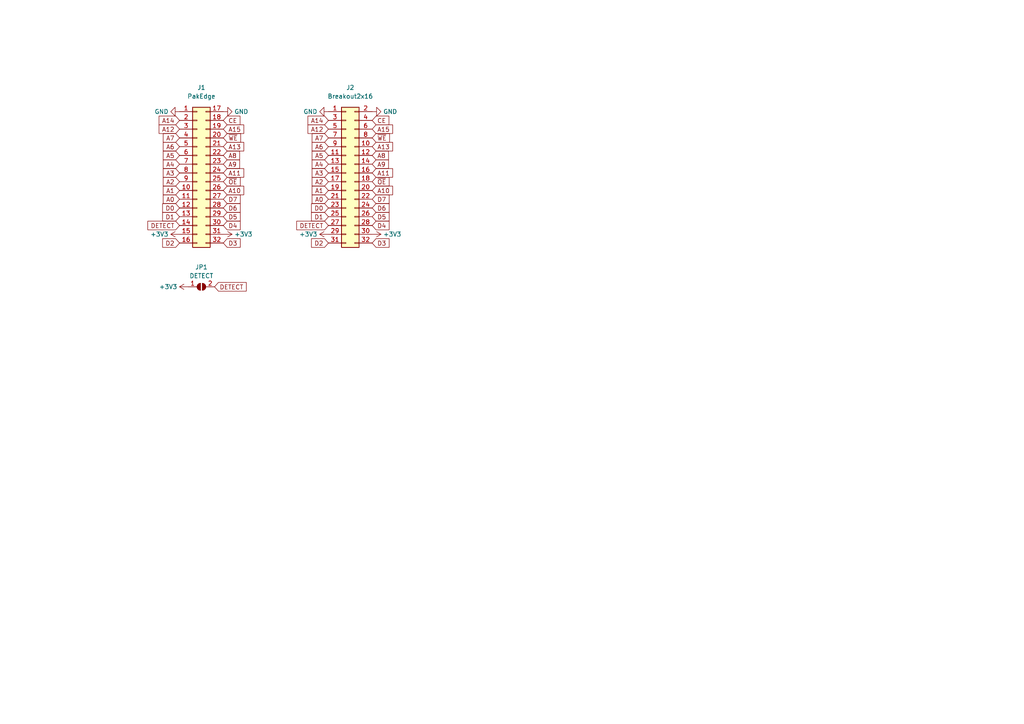
<source format=kicad_sch>
(kicad_sch (version 20211123) (generator eeschema)
  (paper "A4")
  (lib_symbols
    (symbol "Connector_Generic:Conn_02x16_Odd_Even" (pin_names (offset 1.016) hide)
      (property "Reference" "J" (at 1.27 20.32 0))
      (property "Value" "Conn_02x16_Odd_Even" (at 1.27 -22.86 0))
      (symbol "Conn_02x16_Odd_Even_1_1"
        (rectangle (start -1.27 -20.193) (end 0 -20.447) (stroke (width 0.1524)))
        (rectangle (start -1.27 -17.653) (end 0 -17.907) (stroke (width 0.1524)))
        (rectangle (start -1.27 -15.113) (end 0 -15.367) (stroke (width 0.1524)))
        (rectangle (start -1.27 -12.573) (end 0 -12.827) (stroke (width 0.1524)))
        (rectangle (start -1.27 -10.033) (end 0 -10.287) (stroke (width 0.1524)))
        (rectangle (start -1.27 -7.493) (end 0 -7.747) (stroke (width 0.1524)))
        (rectangle (start -1.27 -4.953) (end 0 -5.207) (stroke (width 0.1524)))
        (rectangle (start -1.27 -2.413) (end 0 -2.667) (stroke (width 0.1524)))
        (rectangle (start -1.27 0.127) (end 0 -0.127) (stroke (width 0.1524)))
        (rectangle (start -1.27 2.667) (end 0 2.413) (stroke (width 0.1524)))
        (rectangle (start -1.27 5.207) (end 0 4.953) (stroke (width 0.1524)))
        (rectangle (start -1.27 7.747) (end 0 7.493) (stroke (width 0.1524)))
        (rectangle (start -1.27 10.287) (end 0 10.033) (stroke (width 0.1524)))
        (rectangle (start -1.27 12.827) (end 0 12.573) (stroke (width 0.1524)))
        (rectangle (start -1.27 15.367) (end 0 15.113) (stroke (width 0.1524)))
        (rectangle (start -1.27 17.907) (end 0 17.653) (stroke (width 0.1524)))
        (rectangle (start -1.27 19.05) (end 3.81 -21.59) (stroke (width 0.254)) (fill (type background)))
        (rectangle (start 3.81 -20.193) (end 2.54 -20.447) (stroke (width 0.1524)))
        (rectangle (start 3.81 -17.653) (end 2.54 -17.907) (stroke (width 0.1524)))
        (rectangle (start 3.81 -15.113) (end 2.54 -15.367) (stroke (width 0.1524)))
        (rectangle (start 3.81 -12.573) (end 2.54 -12.827) (stroke (width 0.1524)))
        (rectangle (start 3.81 -10.033) (end 2.54 -10.287) (stroke (width 0.1524)))
        (rectangle (start 3.81 -7.493) (end 2.54 -7.747) (stroke (width 0.1524)))
        (rectangle (start 3.81 -4.953) (end 2.54 -5.207) (stroke (width 0.1524)))
        (rectangle (start 3.81 -2.413) (end 2.54 -2.667) (stroke (width 0.1524)))
        (rectangle (start 3.81 0.127) (end 2.54 -0.127) (stroke (width 0.1524)))
        (rectangle (start 3.81 2.667) (end 2.54 2.413) (stroke (width 0.1524)))
        (rectangle (start 3.81 5.207) (end 2.54 4.953) (stroke (width 0.1524)))
        (rectangle (start 3.81 7.747) (end 2.54 7.493) (stroke (width 0.1524)))
        (rectangle (start 3.81 10.287) (end 2.54 10.033) (stroke (width 0.1524)))
        (rectangle (start 3.81 12.827) (end 2.54 12.573) (stroke (width 0.1524)))
        (rectangle (start 3.81 15.367) (end 2.54 15.113) (stroke (width 0.1524)))
        (rectangle (start 3.81 17.907) (end 2.54 17.653) (stroke (width 0.1524)))
        (pin passive line (at -5.08 17.78 0) (length 3.81) (name "Pin_1") (number "1"))
        (pin passive line (at 7.62 7.62 180) (length 3.81) (name "Pin_10") (number "10"))
        (pin passive line (at -5.08 5.08 0) (length 3.81) (name "Pin_11") (number "11"))
        (pin passive line (at 7.62 5.08 180) (length 3.81) (name "Pin_12") (number "12"))
        (pin passive line (at -5.08 2.54 0) (length 3.81) (name "Pin_13") (number "13"))
        (pin passive line (at 7.62 2.54 180) (length 3.81) (name "Pin_14") (number "14"))
        (pin passive line (at -5.08 0 0) (length 3.81) (name "Pin_15") (number "15"))
        (pin passive line (at 7.62 0 180) (length 3.81) (name "Pin_16") (number "16"))
        (pin passive line (at -5.08 -2.54 0) (length 3.81) (name "Pin_17") (number "17"))
        (pin passive line (at 7.62 -2.54 180) (length 3.81) (name "Pin_18") (number "18"))
        (pin passive line (at -5.08 -5.08 0) (length 3.81) (name "Pin_19") (number "19"))
        (pin passive line (at 7.62 17.78 180) (length 3.81) (name "Pin_2") (number "2"))
        (pin passive line (at 7.62 -5.08 180) (length 3.81) (name "Pin_20") (number "20"))
        (pin passive line (at -5.08 -7.62 0) (length 3.81) (name "Pin_21") (number "21"))
        (pin passive line (at 7.62 -7.62 180) (length 3.81) (name "Pin_22") (number "22"))
        (pin passive line (at -5.08 -10.16 0) (length 3.81) (name "Pin_23") (number "23"))
        (pin passive line (at 7.62 -10.16 180) (length 3.81) (name "Pin_24") (number "24"))
        (pin passive line (at -5.08 -12.7 0) (length 3.81) (name "Pin_25") (number "25"))
        (pin passive line (at 7.62 -12.7 180) (length 3.81) (name "Pin_26") (number "26"))
        (pin passive line (at -5.08 -15.24 0) (length 3.81) (name "Pin_27") (number "27"))
        (pin passive line (at 7.62 -15.24 180) (length 3.81) (name "Pin_28") (number "28"))
        (pin passive line (at -5.08 -17.78 0) (length 3.81) (name "Pin_29") (number "29"))
        (pin passive line (at -5.08 15.24 0) (length 3.81) (name "Pin_3") (number "3"))
        (pin passive line (at 7.62 -17.78 180) (length 3.81) (name "Pin_30") (number "30"))
        (pin passive line (at -5.08 -20.32 0) (length 3.81) (name "Pin_31") (number "31"))
        (pin passive line (at 7.62 -20.32 180) (length 3.81) (name "Pin_32") (number "32"))
        (pin passive line (at 7.62 15.24 180) (length 3.81) (name "Pin_4") (number "4"))
        (pin passive line (at -5.08 12.7 0) (length 3.81) (name "Pin_5") (number "5"))
        (pin passive line (at 7.62 12.7 180) (length 3.81) (name "Pin_6") (number "6"))
        (pin passive line (at -5.08 10.16 0) (length 3.81) (name "Pin_7") (number "7"))
        (pin passive line (at 7.62 10.16 180) (length 3.81) (name "Pin_8") (number "8"))
        (pin passive line (at -5.08 7.62 0) (length 3.81) (name "Pin_9") (number "9"))
      )
    )
    (symbol "Connector_Generic:Conn_02x16_Top_Bottom" (pin_names (offset 1.016) hide)
      (property "Reference" "J" (at 1.27 20.32 0))
      (property "Value" "Conn_02x16_Top_Bottom" (at 1.27 -22.86 0))
      (symbol "Conn_02x16_Top_Bottom_1_1"
        (rectangle (start -1.27 -20.193) (end 0 -20.447) (stroke (width 0.1524)))
        (rectangle (start -1.27 -17.653) (end 0 -17.907) (stroke (width 0.1524)))
        (rectangle (start -1.27 -15.113) (end 0 -15.367) (stroke (width 0.1524)))
        (rectangle (start -1.27 -12.573) (end 0 -12.827) (stroke (width 0.1524)))
        (rectangle (start -1.27 -10.033) (end 0 -10.287) (stroke (width 0.1524)))
        (rectangle (start -1.27 -7.493) (end 0 -7.747) (stroke (width 0.1524)))
        (rectangle (start -1.27 -4.953) (end 0 -5.207) (stroke (width 0.1524)))
        (rectangle (start -1.27 -2.413) (end 0 -2.667) (stroke (width 0.1524)))
        (rectangle (start -1.27 0.127) (end 0 -0.127) (stroke (width 0.1524)))
        (rectangle (start -1.27 2.667) (end 0 2.413) (stroke (width 0.1524)))
        (rectangle (start -1.27 5.207) (end 0 4.953) (stroke (width 0.1524)))
        (rectangle (start -1.27 7.747) (end 0 7.493) (stroke (width 0.1524)))
        (rectangle (start -1.27 10.287) (end 0 10.033) (stroke (width 0.1524)))
        (rectangle (start -1.27 12.827) (end 0 12.573) (stroke (width 0.1524)))
        (rectangle (start -1.27 15.367) (end 0 15.113) (stroke (width 0.1524)))
        (rectangle (start -1.27 17.907) (end 0 17.653) (stroke (width 0.1524)))
        (rectangle (start -1.27 19.05) (end 3.81 -21.59) (stroke (width 0.254)) (fill (type background)))
        (rectangle (start 3.81 -20.193) (end 2.54 -20.447) (stroke (width 0.1524)))
        (rectangle (start 3.81 -17.653) (end 2.54 -17.907) (stroke (width 0.1524)))
        (rectangle (start 3.81 -15.113) (end 2.54 -15.367) (stroke (width 0.1524)))
        (rectangle (start 3.81 -12.573) (end 2.54 -12.827) (stroke (width 0.1524)))
        (rectangle (start 3.81 -10.033) (end 2.54 -10.287) (stroke (width 0.1524)))
        (rectangle (start 3.81 -7.493) (end 2.54 -7.747) (stroke (width 0.1524)))
        (rectangle (start 3.81 -4.953) (end 2.54 -5.207) (stroke (width 0.1524)))
        (rectangle (start 3.81 -2.413) (end 2.54 -2.667) (stroke (width 0.1524)))
        (rectangle (start 3.81 0.127) (end 2.54 -0.127) (stroke (width 0.1524)))
        (rectangle (start 3.81 2.667) (end 2.54 2.413) (stroke (width 0.1524)))
        (rectangle (start 3.81 5.207) (end 2.54 4.953) (stroke (width 0.1524)))
        (rectangle (start 3.81 7.747) (end 2.54 7.493) (stroke (width 0.1524)))
        (rectangle (start 3.81 10.287) (end 2.54 10.033) (stroke (width 0.1524)))
        (rectangle (start 3.81 12.827) (end 2.54 12.573) (stroke (width 0.1524)))
        (rectangle (start 3.81 15.367) (end 2.54 15.113) (stroke (width 0.1524)))
        (rectangle (start 3.81 17.907) (end 2.54 17.653) (stroke (width 0.1524)))
        (pin passive line (at -5.08 17.78 0) (length 3.81) (name "Pin_1") (number "1"))
        (pin passive line (at -5.08 -5.08 0) (length 3.81) (name "Pin_10") (number "10"))
        (pin passive line (at -5.08 -7.62 0) (length 3.81) (name "Pin_11") (number "11"))
        (pin passive line (at -5.08 -10.16 0) (length 3.81) (name "Pin_12") (number "12"))
        (pin passive line (at -5.08 -12.7 0) (length 3.81) (name "Pin_13") (number "13"))
        (pin passive line (at -5.08 -15.24 0) (length 3.81) (name "Pin_14") (number "14"))
        (pin passive line (at -5.08 -17.78 0) (length 3.81) (name "Pin_15") (number "15"))
        (pin passive line (at -5.08 -20.32 0) (length 3.81) (name "Pin_16") (number "16"))
        (pin passive line (at 7.62 17.78 180) (length 3.81) (name "Pin_17") (number "17"))
        (pin passive line (at 7.62 15.24 180) (length 3.81) (name "Pin_18") (number "18"))
        (pin passive line (at 7.62 12.7 180) (length 3.81) (name "Pin_19") (number "19"))
        (pin passive line (at -5.08 15.24 0) (length 3.81) (name "Pin_2") (number "2"))
        (pin passive line (at 7.62 10.16 180) (length 3.81) (name "Pin_20") (number "20"))
        (pin passive line (at 7.62 7.62 180) (length 3.81) (name "Pin_21") (number "21"))
        (pin passive line (at 7.62 5.08 180) (length 3.81) (name "Pin_22") (number "22"))
        (pin passive line (at 7.62 2.54 180) (length 3.81) (name "Pin_23") (number "23"))
        (pin passive line (at 7.62 0 180) (length 3.81) (name "Pin_24") (number "24"))
        (pin passive line (at 7.62 -2.54 180) (length 3.81) (name "Pin_25") (number "25"))
        (pin passive line (at 7.62 -5.08 180) (length 3.81) (name "Pin_26") (number "26"))
        (pin passive line (at 7.62 -7.62 180) (length 3.81) (name "Pin_27") (number "27"))
        (pin passive line (at 7.62 -10.16 180) (length 3.81) (name "Pin_28") (number "28"))
        (pin passive line (at 7.62 -12.7 180) (length 3.81) (name "Pin_29") (number "29"))
        (pin passive line (at -5.08 12.7 0) (length 3.81) (name "Pin_3") (number "3"))
        (pin passive line (at 7.62 -15.24 180) (length 3.81) (name "Pin_30") (number "30"))
        (pin passive line (at 7.62 -17.78 180) (length 3.81) (name "Pin_31") (number "31"))
        (pin passive line (at 7.62 -20.32 180) (length 3.81) (name "Pin_32") (number "32"))
        (pin passive line (at -5.08 10.16 0) (length 3.81) (name "Pin_4") (number "4"))
        (pin passive line (at -5.08 7.62 0) (length 3.81) (name "Pin_5") (number "5"))
        (pin passive line (at -5.08 5.08 0) (length 3.81) (name "Pin_6") (number "6"))
        (pin passive line (at -5.08 2.54 0) (length 3.81) (name "Pin_7") (number "7"))
        (pin passive line (at -5.08 0 0) (length 3.81) (name "Pin_8") (number "8"))
        (pin passive line (at -5.08 -2.54 0) (length 3.81) (name "Pin_9") (number "9"))
      )
    )
    (symbol "Jumper:SolderJumper_2_Open" (pin_names (offset 0) hide)
      (property "Reference" "JP" (at 0 2.032 0))
      (property "Value" "SolderJumper_2_Open" (at 0 -2.54 0))
      (symbol "SolderJumper_2_Open_0_1"
        (arc (start -0.254 1.016) (mid -1.27 0) (end -0.254 -1.016))
        (arc (start -0.254 1.016) (mid -1.27 0) (end -0.254 -1.016) (fill (type outline)))
        (polyline (pts (xy -0.254 1.016) (xy -0.254 -1.016)))
        (polyline (pts (xy 0.254 1.016) (xy 0.254 -1.016)))
        (arc (start 0.254 -1.016) (mid 1.27 0) (end 0.254 1.016))
        (arc (start 0.254 -1.016) (mid 1.27 0) (end 0.254 1.016) (fill (type outline)))
      )
      (symbol "SolderJumper_2_Open_1_1"
        (pin passive line (at -3.81 0 0) (length 2.54) (name "A") (number "1"))
        (pin passive line (at 3.81 0 180) (length 2.54) (name "B") (number "2"))
      )
    )
    (symbol "power:+3.3V" (power) (pin_names (offset 0))
      (property "Value" "+3.3V" (at 0 3.556 0))
      (symbol "+3.3V_0_1"
        (polyline (pts (xy -0.762 1.27) (xy 0 2.54)))
        (polyline (pts (xy 0 0) (xy 0 2.54)))
        (polyline (pts (xy 0 2.54) (xy 0.762 1.27)))
      )
      (symbol "+3.3V_1_1"
        (pin power_in line (at 0 0 90) (length 0) hide (name "+3V3") (number "1"))
      )
    )
    (symbol "power:GND" (power) (pin_names (offset 0))
      (property "Value" "GND" (at 0 -3.81 0))
      (symbol "GND_0_1"
        (polyline (pts (xy 0 0) (xy 0 -1.27) (xy 1.27 -1.27) (xy 0 -2.54) (xy -1.27 -1.27) (xy 0 -1.27)))
      )
      (symbol "GND_1_1"
        (pin power_in line (at 0 0 270) (length 0) hide (name "GND") (number "1"))
      )
    )
  )
  (global_label "D0" (shape input) (at 95.25 60.325 180) (property "Intersheet References" "${INTERSHEET_REFS}" (effects hide)))
  (global_label "DETECT" (shape input) (at 62.23 83.185 0) (property "Intersheet References" "${INTERSHEET_REFS}" (effects hide)))
  (global_label "A3" (shape input) (at 95.25 50.165 180) (property "Intersheet References" "${INTERSHEET_REFS}" (effects hide)))
  (global_label "A1" (shape input) (at 52.07 55.245 180) (property "Intersheet References" "${INTERSHEET_REFS}" (effects hide)))
  (global_label "A12" (shape input) (at 52.07 37.465 180) (property "Intersheet References" "${INTERSHEET_REFS}" (effects hide)))
  (global_label "D7" (shape input) (at 64.77 57.785 0) (property "Intersheet References" "${INTERSHEET_REFS}" (effects hide)))
  (global_label "A13" (shape input) (at 64.77 42.545 0) (property "Intersheet References" "${INTERSHEET_REFS}" (effects hide)))
  (global_label "~{WE}" (shape input) (at 64.77 40.005 0) (property "Intersheet References" "${INTERSHEET_REFS}" (effects hide)))
  (global_label "A7" (shape input) (at 95.25 40.005 180) (property "Intersheet References" "${INTERSHEET_REFS}" (effects hide)))
  (global_label "D0" (shape input) (at 52.07 60.325 180) (property "Intersheet References" "${INTERSHEET_REFS}" (effects hide)))
  (global_label "D2" (shape input) (at 95.25 70.485 180) (property "Intersheet References" "${INTERSHEET_REFS}" (effects hide)))
  (global_label "DETECT" (shape input) (at 52.07 65.405 180) (property "Intersheet References" "${INTERSHEET_REFS}" (effects hide)))
  (global_label "D4" (shape input) (at 107.95 65.405 0) (property "Intersheet References" "${INTERSHEET_REFS}" (effects hide)))
  (global_label "A10" (shape input) (at 107.95 55.245 0) (property "Intersheet References" "${INTERSHEET_REFS}" (effects hide)))
  (global_label "DETECT" (shape input) (at 95.25 65.405 180) (property "Intersheet References" "${INTERSHEET_REFS}" (effects hide)))
  (global_label "D5" (shape input) (at 107.95 62.865 0) (property "Intersheet References" "${INTERSHEET_REFS}" (effects hide)))
  (global_label "A10" (shape input) (at 64.77 55.245 0) (property "Intersheet References" "${INTERSHEET_REFS}" (effects hide)))
  (global_label "D5" (shape input) (at 64.77 62.865 0) (property "Intersheet References" "${INTERSHEET_REFS}" (effects hide)))
  (global_label "A4" (shape input) (at 52.07 47.625 180) (property "Intersheet References" "${INTERSHEET_REFS}" (effects hide)))
  (global_label "CE" (shape input) (at 107.95 34.925 0) (property "Intersheet References" "${INTERSHEET_REFS}" (effects hide)))
  (global_label "A2" (shape input) (at 95.25 52.705 180) (property "Intersheet References" "${INTERSHEET_REFS}" (effects hide)))
  (global_label "A3" (shape input) (at 52.07 50.165 180) (property "Intersheet References" "${INTERSHEET_REFS}" (effects hide)))
  (global_label "A5" (shape input) (at 95.25 45.085 180) (property "Intersheet References" "${INTERSHEET_REFS}" (effects hide)))
  (global_label "A4" (shape input) (at 95.25 47.625 180) (property "Intersheet References" "${INTERSHEET_REFS}" (effects hide)))
  (global_label "D7" (shape input) (at 107.95 57.785 0) (property "Intersheet References" "${INTERSHEET_REFS}" (effects hide)))
  (global_label "A14" (shape input) (at 95.25 34.925 180) (property "Intersheet References" "${INTERSHEET_REFS}" (effects hide)))
  (global_label "~{OE}" (shape input) (at 64.77 52.705 0) (property "Intersheet References" "${INTERSHEET_REFS}" (effects hide)))
  (global_label "A11" (shape input) (at 107.95 50.165 0) (property "Intersheet References" "${INTERSHEET_REFS}" (effects hide)))
  (global_label "A8" (shape input) (at 64.77 45.085 0) (property "Intersheet References" "${INTERSHEET_REFS}" (effects hide)))
  (global_label "~{WE}" (shape input) (at 107.95 40.005 0) (property "Intersheet References" "${INTERSHEET_REFS}" (effects hide)))
  (global_label "A9" (shape input) (at 107.95 47.625 0) (property "Intersheet References" "${INTERSHEET_REFS}" (effects hide)))
  (global_label "CE" (shape input) (at 64.77 34.925 0) (property "Intersheet References" "${INTERSHEET_REFS}" (effects hide)))
  (global_label "D6" (shape input) (at 107.95 60.325 0) (property "Intersheet References" "${INTERSHEET_REFS}" (effects hide)))
  (global_label "D3" (shape input) (at 64.77 70.485 0) (property "Intersheet References" "${INTERSHEET_REFS}" (effects hide)))
  (global_label "A8" (shape input) (at 107.95 45.085 0) (property "Intersheet References" "${INTERSHEET_REFS}" (effects hide)))
  (global_label "A11" (shape input) (at 64.77 50.165 0) (property "Intersheet References" "${INTERSHEET_REFS}" (effects hide)))
  (global_label "D1" (shape input) (at 52.07 62.865 180) (property "Intersheet References" "${INTERSHEET_REFS}" (effects hide)))
  (global_label "A5" (shape input) (at 52.07 45.085 180) (property "Intersheet References" "${INTERSHEET_REFS}" (effects hide)))
  (global_label "A6" (shape input) (at 52.07 42.545 180) (property "Intersheet References" "${INTERSHEET_REFS}" (effects hide)))
  (global_label "A15" (shape input) (at 64.77 37.465 0) (property "Intersheet References" "${INTERSHEET_REFS}" (effects hide)))
  (global_label "A0" (shape input) (at 52.07 57.785 180) (property "Intersheet References" "${INTERSHEET_REFS}" (effects hide)))
  (global_label "D1" (shape input) (at 95.25 62.865 180) (property "Intersheet References" "${INTERSHEET_REFS}" (effects hide)))
  (global_label "A13" (shape input) (at 107.95 42.545 0) (property "Intersheet References" "${INTERSHEET_REFS}" (effects hide)))
  (global_label "A12" (shape input) (at 95.25 37.465 180) (property "Intersheet References" "${INTERSHEET_REFS}" (effects hide)))
  (global_label "~{OE}" (shape input) (at 107.95 52.705 0) (property "Intersheet References" "${INTERSHEET_REFS}" (effects hide)))
  (global_label "A14" (shape input) (at 52.07 34.925 180) (property "Intersheet References" "${INTERSHEET_REFS}" (effects hide)))
  (global_label "A9" (shape input) (at 64.77 47.625 0) (property "Intersheet References" "${INTERSHEET_REFS}" (effects hide)))
  (global_label "D4" (shape input) (at 64.77 65.405 0) (property "Intersheet References" "${INTERSHEET_REFS}" (effects hide)))
  (global_label "A2" (shape input) (at 52.07 52.705 180) (property "Intersheet References" "${INTERSHEET_REFS}" (effects hide)))
  (global_label "A1" (shape input) (at 95.25 55.245 180) (property "Intersheet References" "${INTERSHEET_REFS}" (effects hide)))
  (global_label "A6" (shape input) (at 95.25 42.545 180) (property "Intersheet References" "${INTERSHEET_REFS}" (effects hide)))
  (global_label "D3" (shape input) (at 107.95 70.485 0) (property "Intersheet References" "${INTERSHEET_REFS}" (effects hide)))
  (global_label "A0" (shape input) (at 95.25 57.785 180) (property "Intersheet References" "${INTERSHEET_REFS}" (effects hide)))
  (global_label "D6" (shape input) (at 64.77 60.325 0) (property "Intersheet References" "${INTERSHEET_REFS}" (effects hide)))
  (global_label "D2" (shape input) (at 52.07 70.485 180) (property "Intersheet References" "${INTERSHEET_REFS}" (effects hide)))
  (global_label "A7" (shape input) (at 52.07 40.005 180) (property "Intersheet References" "${INTERSHEET_REFS}" (effects hide)))
  (global_label "A15" (shape input) (at 107.95 37.465 0) (property "Intersheet References" "${INTERSHEET_REFS}" (effects hide)))
  (symbol (lib_id "power:+3.3V") (at 95.25 67.945 90) (unit 1)
    (property "Reference" "#PWR07" (effects hide))
    (property "Value" "+3.3V" (at 92.075 67.945 90) (effects (justify left)))
  )
  (symbol (lib_id "Connector_Generic:Conn_02x16_Top_Bottom") (at 57.15 50.165 0) (unit 1)
    (property "Reference" "J1" (at 58.42 25.4 0))
    (property "Value" "PakEdge" (at 58.42 27.94 0))
    (property "Footprint" "protopak64:PakEdgeConnector" (effects hide))
  )
  (symbol (lib_id "power:+3.3V") (at 54.61 83.185 90) (mirror x) (unit 1)
    (property "Reference" "#PWR03" (effects hide))
    (property "Value" "+3.3V" (at 51.435 83.185 90) (effects (justify left)))
  )
  (symbol (lib_id "power:GND") (at 52.07 32.385 270) (unit 1)
    (property "Reference" "#PWR01" (effects hide))
    (property "Value" "GND" (at 48.895 32.3849 90) (effects (justify right)))
  )
  (symbol (lib_id "power:+3.3V") (at 52.07 67.945 90) (unit 1)
    (property "Reference" "#PWR02" (effects hide))
    (property "Value" "+3.3V" (at 48.895 67.945 90) (effects (justify left)))
  )
  (symbol (lib_id "power:GND") (at 64.77 32.385 90) (mirror x) (unit 1)
    (property "Reference" "#PWR04" (effects hide))
    (property "Value" "GND" (at 67.945 32.3849 90) (effects (justify right)))
  )
  (symbol (lib_id "power:GND") (at 107.95 32.385 90) (mirror x) (unit 1)
    (property "Reference" "#PWR08" (effects hide))
    (property "Value" "GND" (at 111.125 32.3849 90) (effects (justify right)))
  )
  (symbol (lib_id "Jumper:SolderJumper_2_Open") (at 58.42 83.185 0) (unit 1)
    (property "Reference" "JP1" (at 58.42 77.47 0))
    (property "Value" "DETECT" (at 58.42 80.01 0))
    (property "Footprint" "Jumper:SolderJumper-2_P1.3mm_Open_TrianglePad1.0x1.5mm" (effects hide))
  )
  (symbol (lib_id "Connector_Generic:Conn_02x16_Odd_Even") (at 100.33 50.165 0) (unit 1)
    (property "Reference" "J2" (at 101.6 25.4 0))
    (property "Value" "Breakout2x16" (at 101.6 27.94 0))
    (property "Footprint" "Connector_PinHeader_2.54mm:PinHeader_2x16_P2.54mm_Vertical" (effects hide))
  )
  (symbol (lib_id "power:GND") (at 95.25 32.385 270) (unit 1)
    (property "Reference" "#PWR06" (effects hide))
    (property "Value" "GND" (at 92.075 32.3849 90) (effects (justify right)))
  )
  (symbol (lib_id "power:+3.3V") (at 64.77 67.945 270) (mirror x) (unit 1)
    (property "Reference" "#PWR05" (effects hide))
    (property "Value" "+3.3V" (at 67.945 67.945 90) (effects (justify left)))
  )
  (symbol (lib_id "power:+3.3V") (at 107.95 67.945 270) (mirror x) (unit 1)
    (property "Reference" "#PWR09" (effects hide))
    (property "Value" "+3.3V" (at 111.125 67.945 90) (effects (justify left)))
  )
)
</source>
